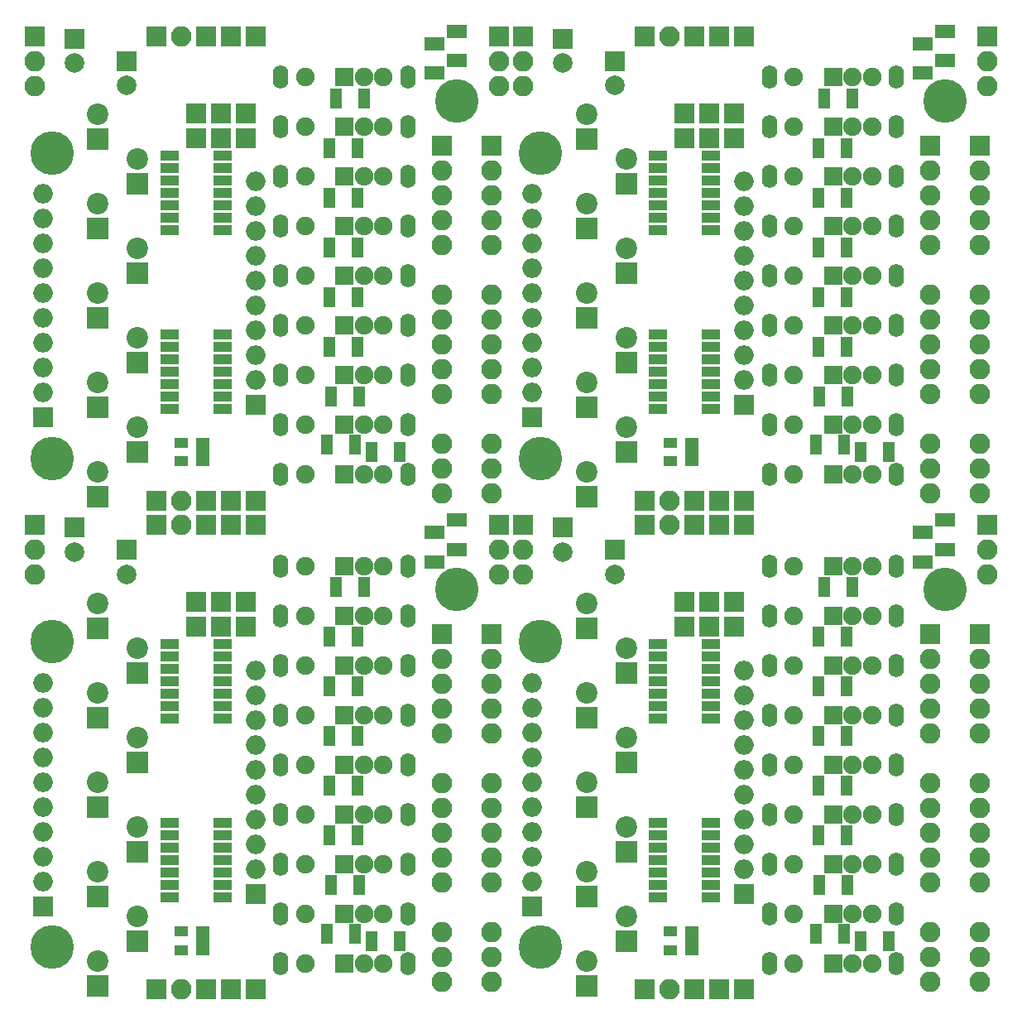
<source format=gbs>
G04 #@! TF.FileFunction,Soldermask,Bot*
%FSLAX46Y46*%
G04 Gerber Fmt 4.6, Leading zero omitted, Abs format (unit mm)*
G04 Created by KiCad (PCBNEW 4.0.6) date 08/30/17 14:35:39*
%MOMM*%
%LPD*%
G01*
G04 APERTURE LIST*
%ADD10C,0.100000*%
%ADD11R,2.000000X2.000000*%
%ADD12C,2.000000*%
%ADD13C,4.464000*%
%ADD14R,2.000000X1.400000*%
%ADD15R,1.460000X1.050000*%
%ADD16R,1.900000X1.000000*%
%ADD17O,2.000000X2.000000*%
%ADD18R,1.300000X2.100000*%
%ADD19R,2.200000X2.200000*%
%ADD20C,2.200000*%
%ADD21O,1.600000X2.400000*%
%ADD22R,1.900000X1.900000*%
%ADD23C,1.900000*%
%ADD24R,2.100000X2.100000*%
%ADD25O,2.100000X2.100000*%
G04 APERTURE END LIST*
D10*
D11*
X155283000Y-151473000D03*
D12*
X155283000Y-153973000D03*
D13*
X102997000Y-163157000D03*
D11*
X110617000Y-153759000D03*
D12*
X110617000Y-156259000D03*
D11*
X105283000Y-151473000D03*
D12*
X105283000Y-153973000D03*
D14*
X142113000Y-152005000D03*
X142113000Y-155005000D03*
X144399000Y-150735000D03*
X144399000Y-153735000D03*
D15*
X118448000Y-192814000D03*
X118448000Y-193764000D03*
X118448000Y-194714000D03*
X116248000Y-194714000D03*
X116248000Y-192814000D03*
D16*
X120429000Y-181699000D03*
X120429000Y-182969000D03*
X120429000Y-184239000D03*
X120429000Y-185509000D03*
X120429000Y-186779000D03*
X120429000Y-188049000D03*
X120429000Y-189319000D03*
X115029000Y-189319000D03*
X115029000Y-188049000D03*
X115029000Y-186779000D03*
X115029000Y-185509000D03*
X115029000Y-184239000D03*
X115029000Y-182969000D03*
X115029000Y-181699000D03*
X120429000Y-163411000D03*
X120429000Y-164681000D03*
X120429000Y-165951000D03*
X120429000Y-167221000D03*
X120429000Y-168491000D03*
X120429000Y-169761000D03*
X120429000Y-171031000D03*
X115029000Y-171031000D03*
X115029000Y-169761000D03*
X115029000Y-168491000D03*
X115029000Y-167221000D03*
X115029000Y-165951000D03*
X115029000Y-164681000D03*
X115029000Y-163411000D03*
D11*
X123825000Y-188938000D03*
D17*
X123825000Y-186398000D03*
X123825000Y-183858000D03*
X123825000Y-181318000D03*
X123825000Y-178778000D03*
X123825000Y-176238000D03*
X123825000Y-173698000D03*
X123825000Y-171158000D03*
X123825000Y-168618000D03*
X123825000Y-166078000D03*
D11*
X102108000Y-190208000D03*
D17*
X102108000Y-187668000D03*
X102108000Y-185128000D03*
X102108000Y-182588000D03*
X102108000Y-180048000D03*
X102108000Y-177508000D03*
X102108000Y-174968000D03*
X102108000Y-172428000D03*
X102108000Y-169888000D03*
X102108000Y-167348000D03*
D18*
X138610000Y-193764000D03*
X135710000Y-193764000D03*
X134038000Y-193002000D03*
X131138000Y-193002000D03*
X134419000Y-188049000D03*
X131519000Y-188049000D03*
X134292000Y-182969000D03*
X131392000Y-182969000D03*
X134292000Y-177889000D03*
X131392000Y-177889000D03*
X134292000Y-172809000D03*
X131392000Y-172809000D03*
X134292000Y-167729000D03*
X131392000Y-167729000D03*
X134292000Y-162649000D03*
X131392000Y-162649000D03*
X134927000Y-157569000D03*
X132027000Y-157569000D03*
D19*
X107696000Y-198336000D03*
D20*
X107696000Y-195796000D03*
D19*
X111760000Y-193764000D03*
D20*
X111760000Y-191224000D03*
D19*
X107696000Y-189192000D03*
D20*
X107696000Y-186652000D03*
D19*
X111760000Y-184620000D03*
D20*
X111760000Y-182080000D03*
D19*
X107696000Y-180048000D03*
D20*
X107696000Y-177508000D03*
D19*
X111760000Y-175476000D03*
D20*
X111760000Y-172936000D03*
D19*
X107696000Y-170904000D03*
D20*
X107696000Y-168364000D03*
D19*
X111760000Y-166332000D03*
D20*
X111760000Y-163792000D03*
D19*
X107696000Y-161760000D03*
D20*
X107696000Y-159220000D03*
D21*
X126405000Y-196050000D03*
X139405000Y-196050000D03*
D22*
X132905000Y-196050000D03*
D23*
X134905000Y-196050000D03*
X136905000Y-196050000D03*
X128905000Y-196050000D03*
D21*
X126405000Y-190970000D03*
X139405000Y-190970000D03*
D22*
X132905000Y-190970000D03*
D23*
X134905000Y-190970000D03*
X136905000Y-190970000D03*
X128905000Y-190970000D03*
D21*
X126405000Y-185890000D03*
X139405000Y-185890000D03*
D22*
X132905000Y-185890000D03*
D23*
X134905000Y-185890000D03*
X136905000Y-185890000D03*
X128905000Y-185890000D03*
D21*
X126405000Y-180810000D03*
X139405000Y-180810000D03*
D22*
X132905000Y-180810000D03*
D23*
X134905000Y-180810000D03*
X136905000Y-180810000D03*
X128905000Y-180810000D03*
D21*
X126405000Y-175730000D03*
X139405000Y-175730000D03*
D22*
X132905000Y-175730000D03*
D23*
X134905000Y-175730000D03*
X136905000Y-175730000D03*
X128905000Y-175730000D03*
D21*
X126405000Y-170650000D03*
X139405000Y-170650000D03*
D22*
X132905000Y-170650000D03*
D23*
X134905000Y-170650000D03*
X136905000Y-170650000D03*
X128905000Y-170650000D03*
D21*
X126405000Y-165570000D03*
X139405000Y-165570000D03*
D22*
X132905000Y-165570000D03*
D23*
X134905000Y-165570000D03*
X136905000Y-165570000D03*
X128905000Y-165570000D03*
D21*
X126405000Y-160490000D03*
X139405000Y-160490000D03*
D22*
X132905000Y-160490000D03*
D23*
X134905000Y-160490000D03*
X136905000Y-160490000D03*
X128905000Y-160490000D03*
D21*
X126405000Y-155410000D03*
X139405000Y-155410000D03*
D22*
X132905000Y-155410000D03*
D23*
X134905000Y-155410000D03*
X136905000Y-155410000D03*
X128905000Y-155410000D03*
D24*
X147955000Y-162395000D03*
D25*
X147955000Y-164935000D03*
X147955000Y-167475000D03*
X147955000Y-170015000D03*
X147955000Y-172555000D03*
X147955000Y-177635000D03*
X147955000Y-180175000D03*
X147955000Y-182715000D03*
X147955000Y-185255000D03*
X147955000Y-187795000D03*
X147955000Y-192875000D03*
X147955000Y-195415000D03*
X147955000Y-197955000D03*
D24*
X142875000Y-162395000D03*
D25*
X142875000Y-164935000D03*
X142875000Y-167475000D03*
X142875000Y-170015000D03*
X142875000Y-172555000D03*
X142875000Y-177635000D03*
X142875000Y-180175000D03*
X142875000Y-182715000D03*
X142875000Y-185255000D03*
X142875000Y-187795000D03*
X142875000Y-192875000D03*
X142875000Y-195415000D03*
X142875000Y-197955000D03*
D24*
X148717000Y-151219000D03*
D25*
X148717000Y-153759000D03*
X148717000Y-156299000D03*
D24*
X123825000Y-198717000D03*
X113665000Y-198717000D03*
D25*
X116205000Y-198717000D03*
D24*
X113665000Y-151219000D03*
D25*
X116205000Y-151219000D03*
D24*
X122809000Y-161633000D03*
X101219000Y-151219000D03*
D25*
X101219000Y-153759000D03*
X101219000Y-156299000D03*
D24*
X120269000Y-161633000D03*
X117729000Y-161633000D03*
X118745000Y-198717000D03*
X121285000Y-198717000D03*
X122809000Y-159093000D03*
X120269000Y-159093000D03*
X123825000Y-151219000D03*
X121285000Y-151219000D03*
X118745000Y-151219000D03*
X117729000Y-159093000D03*
D13*
X102997000Y-194399000D03*
X144399000Y-157823000D03*
X194399000Y-157823000D03*
X152997000Y-194399000D03*
D24*
X167729000Y-159093000D03*
X168745000Y-151219000D03*
X171285000Y-151219000D03*
X173825000Y-151219000D03*
X170269000Y-159093000D03*
X172809000Y-159093000D03*
X171285000Y-198717000D03*
X168745000Y-198717000D03*
X167729000Y-161633000D03*
X170269000Y-161633000D03*
X151219000Y-151219000D03*
D25*
X151219000Y-153759000D03*
X151219000Y-156299000D03*
D24*
X172809000Y-161633000D03*
X163665000Y-151219000D03*
D25*
X166205000Y-151219000D03*
D24*
X163665000Y-198717000D03*
D25*
X166205000Y-198717000D03*
D24*
X173825000Y-198717000D03*
X198717000Y-151219000D03*
D25*
X198717000Y-153759000D03*
X198717000Y-156299000D03*
D24*
X192875000Y-162395000D03*
D25*
X192875000Y-164935000D03*
X192875000Y-167475000D03*
X192875000Y-170015000D03*
X192875000Y-172555000D03*
X192875000Y-177635000D03*
X192875000Y-180175000D03*
X192875000Y-182715000D03*
X192875000Y-185255000D03*
X192875000Y-187795000D03*
X192875000Y-192875000D03*
X192875000Y-195415000D03*
X192875000Y-197955000D03*
D24*
X197955000Y-162395000D03*
D25*
X197955000Y-164935000D03*
X197955000Y-167475000D03*
X197955000Y-170015000D03*
X197955000Y-172555000D03*
X197955000Y-177635000D03*
X197955000Y-180175000D03*
X197955000Y-182715000D03*
X197955000Y-185255000D03*
X197955000Y-187795000D03*
X197955000Y-192875000D03*
X197955000Y-195415000D03*
X197955000Y-197955000D03*
D21*
X176405000Y-155410000D03*
X189405000Y-155410000D03*
D22*
X182905000Y-155410000D03*
D23*
X184905000Y-155410000D03*
X186905000Y-155410000D03*
X178905000Y-155410000D03*
D21*
X176405000Y-160490000D03*
X189405000Y-160490000D03*
D22*
X182905000Y-160490000D03*
D23*
X184905000Y-160490000D03*
X186905000Y-160490000D03*
X178905000Y-160490000D03*
D21*
X176405000Y-165570000D03*
X189405000Y-165570000D03*
D22*
X182905000Y-165570000D03*
D23*
X184905000Y-165570000D03*
X186905000Y-165570000D03*
X178905000Y-165570000D03*
D21*
X176405000Y-170650000D03*
X189405000Y-170650000D03*
D22*
X182905000Y-170650000D03*
D23*
X184905000Y-170650000D03*
X186905000Y-170650000D03*
X178905000Y-170650000D03*
D21*
X176405000Y-175730000D03*
X189405000Y-175730000D03*
D22*
X182905000Y-175730000D03*
D23*
X184905000Y-175730000D03*
X186905000Y-175730000D03*
X178905000Y-175730000D03*
D21*
X176405000Y-180810000D03*
X189405000Y-180810000D03*
D22*
X182905000Y-180810000D03*
D23*
X184905000Y-180810000D03*
X186905000Y-180810000D03*
X178905000Y-180810000D03*
D21*
X176405000Y-185890000D03*
X189405000Y-185890000D03*
D22*
X182905000Y-185890000D03*
D23*
X184905000Y-185890000D03*
X186905000Y-185890000D03*
X178905000Y-185890000D03*
D21*
X176405000Y-190970000D03*
X189405000Y-190970000D03*
D22*
X182905000Y-190970000D03*
D23*
X184905000Y-190970000D03*
X186905000Y-190970000D03*
X178905000Y-190970000D03*
D21*
X176405000Y-196050000D03*
X189405000Y-196050000D03*
D22*
X182905000Y-196050000D03*
D23*
X184905000Y-196050000D03*
X186905000Y-196050000D03*
X178905000Y-196050000D03*
D19*
X157696000Y-161760000D03*
D20*
X157696000Y-159220000D03*
D19*
X161760000Y-166332000D03*
D20*
X161760000Y-163792000D03*
D19*
X157696000Y-170904000D03*
D20*
X157696000Y-168364000D03*
D19*
X161760000Y-175476000D03*
D20*
X161760000Y-172936000D03*
D19*
X157696000Y-180048000D03*
D20*
X157696000Y-177508000D03*
D19*
X161760000Y-184620000D03*
D20*
X161760000Y-182080000D03*
D19*
X157696000Y-189192000D03*
D20*
X157696000Y-186652000D03*
D19*
X161760000Y-193764000D03*
D20*
X161760000Y-191224000D03*
D19*
X157696000Y-198336000D03*
D20*
X157696000Y-195796000D03*
D18*
X184927000Y-157569000D03*
X182027000Y-157569000D03*
X184292000Y-162649000D03*
X181392000Y-162649000D03*
X184292000Y-167729000D03*
X181392000Y-167729000D03*
X184292000Y-172809000D03*
X181392000Y-172809000D03*
X184292000Y-177889000D03*
X181392000Y-177889000D03*
X184292000Y-182969000D03*
X181392000Y-182969000D03*
X184419000Y-188049000D03*
X181519000Y-188049000D03*
X184038000Y-193002000D03*
X181138000Y-193002000D03*
X188610000Y-193764000D03*
X185710000Y-193764000D03*
D11*
X152108000Y-190208000D03*
D17*
X152108000Y-187668000D03*
X152108000Y-185128000D03*
X152108000Y-182588000D03*
X152108000Y-180048000D03*
X152108000Y-177508000D03*
X152108000Y-174968000D03*
X152108000Y-172428000D03*
X152108000Y-169888000D03*
X152108000Y-167348000D03*
D11*
X173825000Y-188938000D03*
D17*
X173825000Y-186398000D03*
X173825000Y-183858000D03*
X173825000Y-181318000D03*
X173825000Y-178778000D03*
X173825000Y-176238000D03*
X173825000Y-173698000D03*
X173825000Y-171158000D03*
X173825000Y-168618000D03*
X173825000Y-166078000D03*
D16*
X170429000Y-163411000D03*
X170429000Y-164681000D03*
X170429000Y-165951000D03*
X170429000Y-167221000D03*
X170429000Y-168491000D03*
X170429000Y-169761000D03*
X170429000Y-171031000D03*
X165029000Y-171031000D03*
X165029000Y-169761000D03*
X165029000Y-168491000D03*
X165029000Y-167221000D03*
X165029000Y-165951000D03*
X165029000Y-164681000D03*
X165029000Y-163411000D03*
X170429000Y-181699000D03*
X170429000Y-182969000D03*
X170429000Y-184239000D03*
X170429000Y-185509000D03*
X170429000Y-186779000D03*
X170429000Y-188049000D03*
X170429000Y-189319000D03*
X165029000Y-189319000D03*
X165029000Y-188049000D03*
X165029000Y-186779000D03*
X165029000Y-185509000D03*
X165029000Y-184239000D03*
X165029000Y-182969000D03*
X165029000Y-181699000D03*
D15*
X168448000Y-192814000D03*
X168448000Y-193764000D03*
X168448000Y-194714000D03*
X166248000Y-194714000D03*
X166248000Y-192814000D03*
D14*
X194399000Y-150735000D03*
X194399000Y-153735000D03*
X192113000Y-152005000D03*
X192113000Y-155005000D03*
D11*
X160617000Y-153759000D03*
D12*
X160617000Y-156259000D03*
D13*
X152997000Y-163157000D03*
X152997000Y-113157000D03*
D11*
X160617000Y-103759000D03*
D12*
X160617000Y-106259000D03*
D11*
X155283000Y-101473000D03*
D12*
X155283000Y-103973000D03*
D14*
X192113000Y-102005000D03*
X192113000Y-105005000D03*
X194399000Y-100735000D03*
X194399000Y-103735000D03*
D15*
X168448000Y-142814000D03*
X168448000Y-143764000D03*
X168448000Y-144714000D03*
X166248000Y-144714000D03*
X166248000Y-142814000D03*
D16*
X170429000Y-131699000D03*
X170429000Y-132969000D03*
X170429000Y-134239000D03*
X170429000Y-135509000D03*
X170429000Y-136779000D03*
X170429000Y-138049000D03*
X170429000Y-139319000D03*
X165029000Y-139319000D03*
X165029000Y-138049000D03*
X165029000Y-136779000D03*
X165029000Y-135509000D03*
X165029000Y-134239000D03*
X165029000Y-132969000D03*
X165029000Y-131699000D03*
X170429000Y-113411000D03*
X170429000Y-114681000D03*
X170429000Y-115951000D03*
X170429000Y-117221000D03*
X170429000Y-118491000D03*
X170429000Y-119761000D03*
X170429000Y-121031000D03*
X165029000Y-121031000D03*
X165029000Y-119761000D03*
X165029000Y-118491000D03*
X165029000Y-117221000D03*
X165029000Y-115951000D03*
X165029000Y-114681000D03*
X165029000Y-113411000D03*
D11*
X173825000Y-138938000D03*
D17*
X173825000Y-136398000D03*
X173825000Y-133858000D03*
X173825000Y-131318000D03*
X173825000Y-128778000D03*
X173825000Y-126238000D03*
X173825000Y-123698000D03*
X173825000Y-121158000D03*
X173825000Y-118618000D03*
X173825000Y-116078000D03*
D11*
X152108000Y-140208000D03*
D17*
X152108000Y-137668000D03*
X152108000Y-135128000D03*
X152108000Y-132588000D03*
X152108000Y-130048000D03*
X152108000Y-127508000D03*
X152108000Y-124968000D03*
X152108000Y-122428000D03*
X152108000Y-119888000D03*
X152108000Y-117348000D03*
D18*
X188610000Y-143764000D03*
X185710000Y-143764000D03*
X184038000Y-143002000D03*
X181138000Y-143002000D03*
X184419000Y-138049000D03*
X181519000Y-138049000D03*
X184292000Y-132969000D03*
X181392000Y-132969000D03*
X184292000Y-127889000D03*
X181392000Y-127889000D03*
X184292000Y-122809000D03*
X181392000Y-122809000D03*
X184292000Y-117729000D03*
X181392000Y-117729000D03*
X184292000Y-112649000D03*
X181392000Y-112649000D03*
X184927000Y-107569000D03*
X182027000Y-107569000D03*
D19*
X157696000Y-148336000D03*
D20*
X157696000Y-145796000D03*
D19*
X161760000Y-143764000D03*
D20*
X161760000Y-141224000D03*
D19*
X157696000Y-139192000D03*
D20*
X157696000Y-136652000D03*
D19*
X161760000Y-134620000D03*
D20*
X161760000Y-132080000D03*
D19*
X157696000Y-130048000D03*
D20*
X157696000Y-127508000D03*
D19*
X161760000Y-125476000D03*
D20*
X161760000Y-122936000D03*
D19*
X157696000Y-120904000D03*
D20*
X157696000Y-118364000D03*
D19*
X161760000Y-116332000D03*
D20*
X161760000Y-113792000D03*
D19*
X157696000Y-111760000D03*
D20*
X157696000Y-109220000D03*
D21*
X176405000Y-146050000D03*
X189405000Y-146050000D03*
D22*
X182905000Y-146050000D03*
D23*
X184905000Y-146050000D03*
X186905000Y-146050000D03*
X178905000Y-146050000D03*
D21*
X176405000Y-140970000D03*
X189405000Y-140970000D03*
D22*
X182905000Y-140970000D03*
D23*
X184905000Y-140970000D03*
X186905000Y-140970000D03*
X178905000Y-140970000D03*
D21*
X176405000Y-135890000D03*
X189405000Y-135890000D03*
D22*
X182905000Y-135890000D03*
D23*
X184905000Y-135890000D03*
X186905000Y-135890000D03*
X178905000Y-135890000D03*
D21*
X176405000Y-130810000D03*
X189405000Y-130810000D03*
D22*
X182905000Y-130810000D03*
D23*
X184905000Y-130810000D03*
X186905000Y-130810000D03*
X178905000Y-130810000D03*
D21*
X176405000Y-125730000D03*
X189405000Y-125730000D03*
D22*
X182905000Y-125730000D03*
D23*
X184905000Y-125730000D03*
X186905000Y-125730000D03*
X178905000Y-125730000D03*
D21*
X176405000Y-120650000D03*
X189405000Y-120650000D03*
D22*
X182905000Y-120650000D03*
D23*
X184905000Y-120650000D03*
X186905000Y-120650000D03*
X178905000Y-120650000D03*
D21*
X176405000Y-115570000D03*
X189405000Y-115570000D03*
D22*
X182905000Y-115570000D03*
D23*
X184905000Y-115570000D03*
X186905000Y-115570000D03*
X178905000Y-115570000D03*
D21*
X176405000Y-110490000D03*
X189405000Y-110490000D03*
D22*
X182905000Y-110490000D03*
D23*
X184905000Y-110490000D03*
X186905000Y-110490000D03*
X178905000Y-110490000D03*
D21*
X176405000Y-105410000D03*
X189405000Y-105410000D03*
D22*
X182905000Y-105410000D03*
D23*
X184905000Y-105410000D03*
X186905000Y-105410000D03*
X178905000Y-105410000D03*
D24*
X197955000Y-112395000D03*
D25*
X197955000Y-114935000D03*
X197955000Y-117475000D03*
X197955000Y-120015000D03*
X197955000Y-122555000D03*
X197955000Y-127635000D03*
X197955000Y-130175000D03*
X197955000Y-132715000D03*
X197955000Y-135255000D03*
X197955000Y-137795000D03*
X197955000Y-142875000D03*
X197955000Y-145415000D03*
X197955000Y-147955000D03*
D24*
X192875000Y-112395000D03*
D25*
X192875000Y-114935000D03*
X192875000Y-117475000D03*
X192875000Y-120015000D03*
X192875000Y-122555000D03*
X192875000Y-127635000D03*
X192875000Y-130175000D03*
X192875000Y-132715000D03*
X192875000Y-135255000D03*
X192875000Y-137795000D03*
X192875000Y-142875000D03*
X192875000Y-145415000D03*
X192875000Y-147955000D03*
D24*
X198717000Y-101219000D03*
D25*
X198717000Y-103759000D03*
X198717000Y-106299000D03*
D24*
X173825000Y-148717000D03*
X163665000Y-148717000D03*
D25*
X166205000Y-148717000D03*
D24*
X163665000Y-101219000D03*
D25*
X166205000Y-101219000D03*
D24*
X172809000Y-111633000D03*
X151219000Y-101219000D03*
D25*
X151219000Y-103759000D03*
X151219000Y-106299000D03*
D24*
X170269000Y-111633000D03*
X167729000Y-111633000D03*
X168745000Y-148717000D03*
X171285000Y-148717000D03*
X172809000Y-109093000D03*
X170269000Y-109093000D03*
X173825000Y-101219000D03*
X171285000Y-101219000D03*
X168745000Y-101219000D03*
X167729000Y-109093000D03*
D13*
X152997000Y-144399000D03*
X194399000Y-107823000D03*
X144399000Y-107823000D03*
X102997000Y-144399000D03*
D24*
X117729000Y-109093000D03*
X118745000Y-101219000D03*
X121285000Y-101219000D03*
X123825000Y-101219000D03*
X120269000Y-109093000D03*
X122809000Y-109093000D03*
X121285000Y-148717000D03*
X118745000Y-148717000D03*
X117729000Y-111633000D03*
X120269000Y-111633000D03*
X101219000Y-101219000D03*
D25*
X101219000Y-103759000D03*
X101219000Y-106299000D03*
D24*
X122809000Y-111633000D03*
X113665000Y-101219000D03*
D25*
X116205000Y-101219000D03*
D24*
X113665000Y-148717000D03*
D25*
X116205000Y-148717000D03*
D24*
X123825000Y-148717000D03*
X148717000Y-101219000D03*
D25*
X148717000Y-103759000D03*
X148717000Y-106299000D03*
D24*
X142875000Y-112395000D03*
D25*
X142875000Y-114935000D03*
X142875000Y-117475000D03*
X142875000Y-120015000D03*
X142875000Y-122555000D03*
X142875000Y-127635000D03*
X142875000Y-130175000D03*
X142875000Y-132715000D03*
X142875000Y-135255000D03*
X142875000Y-137795000D03*
X142875000Y-142875000D03*
X142875000Y-145415000D03*
X142875000Y-147955000D03*
D24*
X147955000Y-112395000D03*
D25*
X147955000Y-114935000D03*
X147955000Y-117475000D03*
X147955000Y-120015000D03*
X147955000Y-122555000D03*
X147955000Y-127635000D03*
X147955000Y-130175000D03*
X147955000Y-132715000D03*
X147955000Y-135255000D03*
X147955000Y-137795000D03*
X147955000Y-142875000D03*
X147955000Y-145415000D03*
X147955000Y-147955000D03*
D21*
X126405000Y-105410000D03*
X139405000Y-105410000D03*
D22*
X132905000Y-105410000D03*
D23*
X134905000Y-105410000D03*
X136905000Y-105410000D03*
X128905000Y-105410000D03*
D21*
X126405000Y-110490000D03*
X139405000Y-110490000D03*
D22*
X132905000Y-110490000D03*
D23*
X134905000Y-110490000D03*
X136905000Y-110490000D03*
X128905000Y-110490000D03*
D21*
X126405000Y-115570000D03*
X139405000Y-115570000D03*
D22*
X132905000Y-115570000D03*
D23*
X134905000Y-115570000D03*
X136905000Y-115570000D03*
X128905000Y-115570000D03*
D21*
X126405000Y-120650000D03*
X139405000Y-120650000D03*
D22*
X132905000Y-120650000D03*
D23*
X134905000Y-120650000D03*
X136905000Y-120650000D03*
X128905000Y-120650000D03*
D21*
X126405000Y-125730000D03*
X139405000Y-125730000D03*
D22*
X132905000Y-125730000D03*
D23*
X134905000Y-125730000D03*
X136905000Y-125730000D03*
X128905000Y-125730000D03*
D21*
X126405000Y-130810000D03*
X139405000Y-130810000D03*
D22*
X132905000Y-130810000D03*
D23*
X134905000Y-130810000D03*
X136905000Y-130810000D03*
X128905000Y-130810000D03*
D21*
X126405000Y-135890000D03*
X139405000Y-135890000D03*
D22*
X132905000Y-135890000D03*
D23*
X134905000Y-135890000D03*
X136905000Y-135890000D03*
X128905000Y-135890000D03*
D21*
X126405000Y-140970000D03*
X139405000Y-140970000D03*
D22*
X132905000Y-140970000D03*
D23*
X134905000Y-140970000D03*
X136905000Y-140970000D03*
X128905000Y-140970000D03*
D21*
X126405000Y-146050000D03*
X139405000Y-146050000D03*
D22*
X132905000Y-146050000D03*
D23*
X134905000Y-146050000D03*
X136905000Y-146050000D03*
X128905000Y-146050000D03*
D19*
X107696000Y-111760000D03*
D20*
X107696000Y-109220000D03*
D19*
X111760000Y-116332000D03*
D20*
X111760000Y-113792000D03*
D19*
X107696000Y-120904000D03*
D20*
X107696000Y-118364000D03*
D19*
X111760000Y-125476000D03*
D20*
X111760000Y-122936000D03*
D19*
X107696000Y-130048000D03*
D20*
X107696000Y-127508000D03*
D19*
X111760000Y-134620000D03*
D20*
X111760000Y-132080000D03*
D19*
X107696000Y-139192000D03*
D20*
X107696000Y-136652000D03*
D19*
X111760000Y-143764000D03*
D20*
X111760000Y-141224000D03*
D19*
X107696000Y-148336000D03*
D20*
X107696000Y-145796000D03*
D18*
X134927000Y-107569000D03*
X132027000Y-107569000D03*
X134292000Y-112649000D03*
X131392000Y-112649000D03*
X134292000Y-117729000D03*
X131392000Y-117729000D03*
X134292000Y-122809000D03*
X131392000Y-122809000D03*
X134292000Y-127889000D03*
X131392000Y-127889000D03*
X134292000Y-132969000D03*
X131392000Y-132969000D03*
X134419000Y-138049000D03*
X131519000Y-138049000D03*
X134038000Y-143002000D03*
X131138000Y-143002000D03*
X138610000Y-143764000D03*
X135710000Y-143764000D03*
D11*
X102108000Y-140208000D03*
D17*
X102108000Y-137668000D03*
X102108000Y-135128000D03*
X102108000Y-132588000D03*
X102108000Y-130048000D03*
X102108000Y-127508000D03*
X102108000Y-124968000D03*
X102108000Y-122428000D03*
X102108000Y-119888000D03*
X102108000Y-117348000D03*
D11*
X123825000Y-138938000D03*
D17*
X123825000Y-136398000D03*
X123825000Y-133858000D03*
X123825000Y-131318000D03*
X123825000Y-128778000D03*
X123825000Y-126238000D03*
X123825000Y-123698000D03*
X123825000Y-121158000D03*
X123825000Y-118618000D03*
X123825000Y-116078000D03*
D16*
X120429000Y-113411000D03*
X120429000Y-114681000D03*
X120429000Y-115951000D03*
X120429000Y-117221000D03*
X120429000Y-118491000D03*
X120429000Y-119761000D03*
X120429000Y-121031000D03*
X115029000Y-121031000D03*
X115029000Y-119761000D03*
X115029000Y-118491000D03*
X115029000Y-117221000D03*
X115029000Y-115951000D03*
X115029000Y-114681000D03*
X115029000Y-113411000D03*
X120429000Y-131699000D03*
X120429000Y-132969000D03*
X120429000Y-134239000D03*
X120429000Y-135509000D03*
X120429000Y-136779000D03*
X120429000Y-138049000D03*
X120429000Y-139319000D03*
X115029000Y-139319000D03*
X115029000Y-138049000D03*
X115029000Y-136779000D03*
X115029000Y-135509000D03*
X115029000Y-134239000D03*
X115029000Y-132969000D03*
X115029000Y-131699000D03*
D15*
X118448000Y-142814000D03*
X118448000Y-143764000D03*
X118448000Y-144714000D03*
X116248000Y-144714000D03*
X116248000Y-142814000D03*
D14*
X144399000Y-100735000D03*
X144399000Y-103735000D03*
X142113000Y-102005000D03*
X142113000Y-105005000D03*
D11*
X105283000Y-101473000D03*
D12*
X105283000Y-103973000D03*
D11*
X110617000Y-103759000D03*
D12*
X110617000Y-106259000D03*
D13*
X102997000Y-113157000D03*
M02*

</source>
